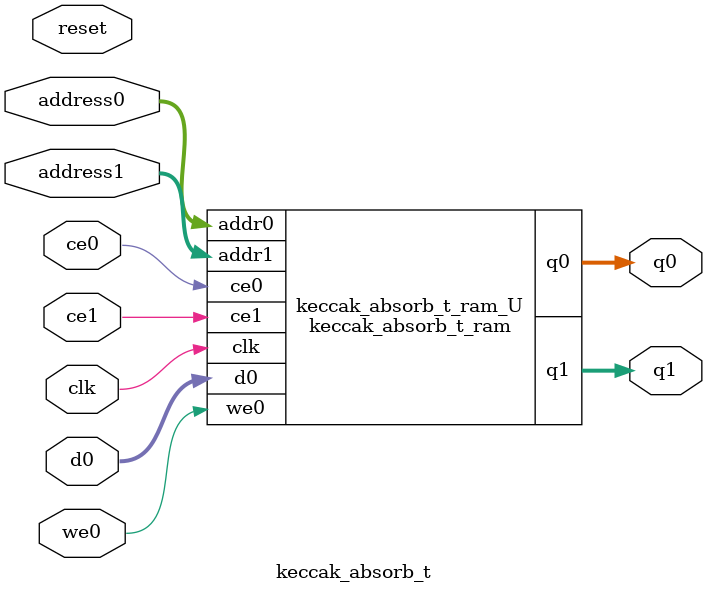
<source format=v>
`timescale 1 ns / 1 ps
module keccak_absorb_t_ram (addr0, ce0, d0, we0, q0, addr1, ce1, q1,  clk);

parameter DWIDTH = 8;
parameter AWIDTH = 8;
parameter MEM_SIZE = 200;

input[AWIDTH-1:0] addr0;
input ce0;
input[DWIDTH-1:0] d0;
input we0;
output reg[DWIDTH-1:0] q0;
input[AWIDTH-1:0] addr1;
input ce1;
output reg[DWIDTH-1:0] q1;
input clk;

(* ram_style = "block" *)reg [DWIDTH-1:0] ram[0:MEM_SIZE-1];




always @(posedge clk)  
begin 
    if (ce0) 
    begin
        if (we0) 
        begin 
            ram[addr0] <= d0; 
        end 
        q0 <= ram[addr0];
    end
end


always @(posedge clk)  
begin 
    if (ce1) 
    begin
        q1 <= ram[addr1];
    end
end


endmodule

`timescale 1 ns / 1 ps
module keccak_absorb_t(
    reset,
    clk,
    address0,
    ce0,
    we0,
    d0,
    q0,
    address1,
    ce1,
    q1);

parameter DataWidth = 32'd8;
parameter AddressRange = 32'd200;
parameter AddressWidth = 32'd8;
input reset;
input clk;
input[AddressWidth - 1:0] address0;
input ce0;
input we0;
input[DataWidth - 1:0] d0;
output[DataWidth - 1:0] q0;
input[AddressWidth - 1:0] address1;
input ce1;
output[DataWidth - 1:0] q1;



keccak_absorb_t_ram keccak_absorb_t_ram_U(
    .clk( clk ),
    .addr0( address0 ),
    .ce0( ce0 ),
    .we0( we0 ),
    .d0( d0 ),
    .q0( q0 ),
    .addr1( address1 ),
    .ce1( ce1 ),
    .q1( q1 ));

endmodule


</source>
